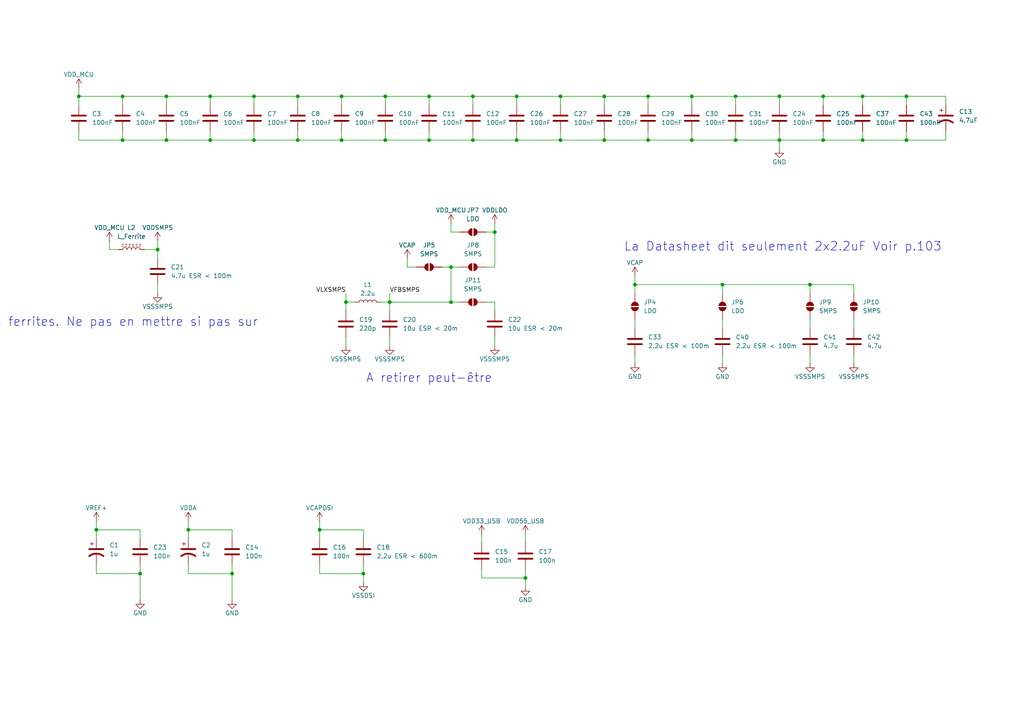
<source format=kicad_sch>
(kicad_sch (version 20250114) (generator "eeschema") (generator_version "9.0")
  (paper "A4")
  (lib_symbols
    (symbol "Device:C" (pin_numbers (hide yes)) (pin_names (offset 0.254))
      (property "Reference" "C" (at 0.635 2.54 0))
      (property "Value" "C" (at 0.635 -2.54 0))
      (symbol "C_0_1"
        (polyline (pts (xy -2.032 0.762) (xy 2.032 0.762)) (stroke (width 0.508)))
        (polyline (pts (xy -2.032 -0.762) (xy 2.032 -0.762)) (stroke (width 0.508)))
      )
      (symbol "C_1_1"
        (pin passive line (at 0 3.81 270) (length 2.794) (name "~") (number "1"))
        (pin passive line (at 0 -3.81 90) (length 2.794) (name "~") (number "2"))
      )
    )
    (symbol "Device:C_Polarized_US" (pin_numbers (hide yes)) (pin_names (offset 0.254) (hide yes))
      (property "Reference" "C" (at 0.635 2.54 0))
      (property "Value" "C_Polarized_US" (at 0.635 -2.54 0))
      (symbol "C_Polarized_US_0_1"
        (polyline (pts (xy -2.032 0.762) (xy 2.032 0.762)) (stroke (width 0.508)))
        (polyline (pts (xy -1.778 2.286) (xy -0.762 2.286)))
        (polyline (pts (xy -1.27 1.778) (xy -1.27 2.794)))
        (arc (start -2.032 -1.27) (mid 0 -0.5572) (end 2.032 -1.27) (stroke (width 0.508)))
      )
      (symbol "C_Polarized_US_1_1"
        (pin passive line (at 0 3.81 270) (length 2.794) (name "~") (number "1"))
        (pin passive line (at 0 -3.81 90) (length 3.302) (name "~") (number "2"))
      )
    )
    (symbol "Device:L" (pin_numbers (hide yes)) (pin_names (offset 1.016) (hide yes))
      (property "Reference" "L" (at -1.27 0 90))
      (property "Value" "L" (at 1.905 0 90))
      (symbol "L_0_1"
        (arc (start 0 2.54) (mid 0.6323 1.905) (end 0 1.27))
        (arc (start 0 1.27) (mid 0.6323 0.635) (end 0 0))
        (arc (start 0 0) (mid 0.6323 -0.635) (end 0 -1.27))
        (arc (start 0 -1.27) (mid 0.6323 -1.905) (end 0 -2.54))
      )
      (symbol "L_1_1"
        (pin passive line (at 0 3.81 270) (length 1.27) (name "1") (number "1"))
        (pin passive line (at 0 -3.81 90) (length 1.27) (name "2") (number "2"))
      )
    )
    (symbol "Device:L_Ferrite" (pin_numbers (hide yes)) (pin_names (offset 1.016) (hide yes))
      (property "Reference" "L" (at -1.27 0 90))
      (property "Value" "L_Ferrite" (at 2.794 0 90))
      (symbol "L_Ferrite_0_1"
        (arc (start 0 2.54) (mid 0.6323 1.905) (end 0 1.27))
        (arc (start 0 1.27) (mid 0.6323 0.635) (end 0 0))
        (arc (start 0 0) (mid 0.6323 -0.635) (end 0 -1.27))
        (arc (start 0 -1.27) (mid 0.6323 -1.905) (end 0 -2.54))
        (polyline (pts (xy 1.016 2.286) (xy 1.016 2.794)))
        (polyline (pts (xy 1.016 1.27) (xy 1.016 1.778)))
        (polyline (pts (xy 1.016 0.254) (xy 1.016 0.762)))
        (polyline (pts (xy 1.016 -0.762) (xy 1.016 -0.254)))
        (polyline (pts (xy 1.016 -1.778) (xy 1.016 -1.27)))
        (polyline (pts (xy 1.016 -2.794) (xy 1.016 -2.286)))
        (polyline (pts (xy 1.524 2.794) (xy 1.524 2.286)))
        (polyline (pts (xy 1.524 1.778) (xy 1.524 1.27)))
        (polyline (pts (xy 1.524 0.762) (xy 1.524 0.254)))
        (polyline (pts (xy 1.524 -0.254) (xy 1.524 -0.762)))
        (polyline (pts (xy 1.524 -1.27) (xy 1.524 -1.778)))
        (polyline (pts (xy 1.524 -2.286) (xy 1.524 -2.794)))
      )
      (symbol "L_Ferrite_1_1"
        (pin passive line (at 0 3.81 270) (length 1.27) (name "1") (number "1"))
        (pin passive line (at 0 -3.81 90) (length 1.27) (name "2") (number "2"))
      )
    )
    (symbol "Jumper:SolderJumper_2_Open" (pin_numbers (hide yes)) (pin_names (offset 0) (hide yes)) (in_bom no)
      (property "Reference" "JP" (at 0 2.032 0))
      (property "Value" "SolderJumper_2_Open" (at 0 -2.54 0))
      (symbol "SolderJumper_2_Open_0_1"
        (polyline (pts (xy -0.254 1.016) (xy -0.254 -1.016)))
        (arc (start -0.254 -1.016) (mid -1.2656 0) (end -0.254 1.016))
        (arc (start -0.254 -1.016) (mid -1.2656 0) (end -0.254 1.016) (fill (type outline)))
        (arc (start 0.254 1.016) (mid 1.2656 0) (end 0.254 -1.016))
        (arc (start 0.254 1.016) (mid 1.2656 0) (end 0.254 -1.016) (fill (type outline)))
        (polyline (pts (xy 0.254 1.016) (xy 0.254 -1.016)))
      )
      (symbol "SolderJumper_2_Open_1_1"
        (pin passive line (at -3.81 0 0) (length 2.54) (name "A") (number "1"))
        (pin passive line (at 3.81 0 180) (length 2.54) (name "B") (number "2"))
      )
    )
    (symbol "power:GND" (power) (pin_numbers (hide yes)) (pin_names (offset 0) (hide yes))
      (property "Value" "GND" (at 0 -3.81 0))
      (symbol "GND_0_1"
        (polyline (pts (xy 0 0) (xy 0 -1.27) (xy 1.27 -1.27) (xy 0 -2.54) (xy -1.27 -1.27) (xy 0 -1.27)))
      )
      (symbol "GND_1_1"
        (pin power_in line (at 0 0 270) (length 0) (name "~") (number "1"))
      )
    )
    (symbol "power:VDD" (power) (pin_numbers (hide yes)) (pin_names (offset 0) (hide yes))
      (property "Value" "VDD" (at 0 3.556 0))
      (symbol "VDD_0_1"
        (polyline (pts (xy -0.762 1.27) (xy 0 2.54)))
        (polyline (pts (xy 0 2.54) (xy 0.762 1.27)))
        (polyline (pts (xy 0 0) (xy 0 2.54)))
      )
      (symbol "VDD_1_1"
        (pin power_in line (at 0 0 90) (length 0) (name "~") (number "1"))
      )
    )
  )
  (text "La Datasheet dit seulement 2x2.2uF Voir p.103" (at 227.076 71.628 0) (effects (font (size 2.54 2.54))))
  (text "Faire attention avec les ferrites. Ne pas en mettre si pas sur\n" (at 14.478 93.472 0) (effects (font (size 2.54 2.54))))
  (text "A retirer peut-être" (at 124.46 109.728 0) (effects (font (size 2.54 2.54))))
  (junction (at 187.96 27.94))
  (junction (at 175.26 40.64))
  (junction (at 99.06 40.64))
  (junction (at 27.94 153.67))
  (junction (at 113.03 87.63))
  (junction (at 22.86 27.94))
  (junction (at 99.06 27.94))
  (junction (at 73.66 27.94))
  (junction (at 86.36 27.94))
  (junction (at 35.56 40.64))
  (junction (at 67.31 166.37))
  (junction (at 238.76 40.64))
  (junction (at 200.66 27.94))
  (junction (at 130.81 77.47))
  (junction (at 111.76 40.64))
  (junction (at 48.26 27.94))
  (junction (at 262.89 27.94))
  (junction (at 73.66 40.64))
  (junction (at 213.36 40.64))
  (junction (at 60.96 40.64))
  (junction (at 124.46 27.94))
  (junction (at 86.36 40.64))
  (junction (at 124.46 40.64))
  (junction (at 209.55 82.55))
  (junction (at 213.36 27.94))
  (junction (at 149.86 27.94))
  (junction (at 143.51 67.31))
  (junction (at 105.41 166.37))
  (junction (at 262.89 40.64))
  (junction (at 92.71 153.67))
  (junction (at 40.64 166.37))
  (junction (at 184.15 82.55))
  (junction (at 54.61 153.67))
  (junction (at 130.81 87.63))
  (junction (at 234.95 82.55))
  (junction (at 100.33 87.63))
  (junction (at 226.06 27.94))
  (junction (at 162.56 40.64))
  (junction (at 200.66 40.64))
  (junction (at 149.86 40.64))
  (junction (at 137.16 27.94))
  (junction (at 60.96 27.94))
  (junction (at 226.06 40.64))
  (junction (at 48.26 40.64))
  (junction (at 35.56 27.94))
  (junction (at 187.96 40.64))
  (junction (at 111.76 27.94))
  (junction (at 250.19 40.64))
  (junction (at 45.72 72.39))
  (junction (at 152.4 167.64))
  (junction (at 250.19 27.94))
  (junction (at 137.16 40.64))
  (junction (at 175.26 27.94))
  (junction (at 162.56 27.94))
  (junction (at 238.76 27.94))
  (wire (pts (xy 149.86 27.94) (xy 162.56 27.94)))
  (wire (pts (xy 86.36 40.64) (xy 86.36 38.1)))
  (wire (pts (xy 27.94 166.37) (xy 27.94 163.83)))
  (wire (pts (xy 234.95 95.25) (xy 234.95 92.71)))
  (wire (pts (xy 262.89 38.1) (xy 262.89 40.64)))
  (wire (pts (xy 234.95 105.41) (xy 234.95 102.87)))
  (wire (pts (xy 187.96 40.64) (xy 200.66 40.64)))
  (wire (pts (xy 139.7 167.64) (xy 139.7 165.1)))
  (wire (pts (xy 274.32 40.64) (xy 274.32 38.1)))
  (wire (pts (xy 187.96 27.94) (xy 187.96 30.48)))
  (wire (pts (xy 92.71 151.13) (xy 92.71 153.67)))
  (wire (pts (xy 92.71 166.37) (xy 105.41 166.37)))
  (wire (pts (xy 209.55 92.71) (xy 209.55 95.25)))
  (wire (pts (xy 143.51 100.33) (xy 143.51 97.79)))
  (wire (pts (xy 137.16 27.94) (xy 149.86 27.94)))
  (wire (pts (xy 48.26 27.94) (xy 60.96 27.94)))
  (wire (pts (xy 22.86 27.94) (xy 22.86 30.48)))
  (wire (pts (xy 133.35 77.47) (xy 130.81 77.47)))
  (wire (pts (xy 45.72 69.85) (xy 45.72 72.39)))
  (wire (pts (xy 100.33 97.79) (xy 100.33 100.33)))
  (wire (pts (xy 226.06 38.1) (xy 226.06 40.64)))
  (wire (pts (xy 149.86 40.64) (xy 149.86 38.1)))
  (wire (pts (xy 35.56 27.94) (xy 35.56 30.48)))
  (wire (pts (xy 118.11 77.47) (xy 120.65 77.47)))
  (wire (pts (xy 73.66 40.64) (xy 86.36 40.64)))
  (wire (pts (xy 27.94 151.13) (xy 27.94 153.67)))
  (wire (pts (xy 162.56 27.94) (xy 162.56 30.48)))
  (wire (pts (xy 124.46 40.64) (xy 124.46 38.1)))
  (wire (pts (xy 250.19 40.64) (xy 238.76 40.64)))
  (wire (pts (xy 100.33 87.63) (xy 102.87 87.63)))
  (wire (pts (xy 226.06 27.94) (xy 226.06 30.48)))
  (wire (pts (xy 137.16 40.64) (xy 137.16 38.1)))
  (wire (pts (xy 60.96 27.94) (xy 60.96 30.48)))
  (wire (pts (xy 99.06 40.64) (xy 99.06 38.1)))
  (wire (pts (xy 45.72 74.93) (xy 45.72 72.39)))
  (wire (pts (xy 99.06 27.94) (xy 111.76 27.94)))
  (wire (pts (xy 152.4 154.94) (xy 152.4 157.48)))
  (wire (pts (xy 27.94 153.67) (xy 40.64 153.67)))
  (wire (pts (xy 184.15 92.71) (xy 184.15 95.25)))
  (wire (pts (xy 130.81 87.63) (xy 133.35 87.63)))
  (wire (pts (xy 48.26 27.94) (xy 48.26 30.48)))
  (wire (pts (xy 40.64 166.37) (xy 27.94 166.37)))
  (wire (pts (xy 92.71 153.67) (xy 105.41 153.67)))
  (wire (pts (xy 130.81 64.77) (xy 130.81 67.31)))
  (wire (pts (xy 99.06 27.94) (xy 99.06 30.48)))
  (wire (pts (xy 110.49 87.63) (xy 113.03 87.63)))
  (wire (pts (xy 111.76 27.94) (xy 124.46 27.94)))
  (wire (pts (xy 118.11 74.93) (xy 118.11 77.47)))
  (wire (pts (xy 86.36 27.94) (xy 99.06 27.94)))
  (wire (pts (xy 73.66 40.64) (xy 73.66 38.1)))
  (wire (pts (xy 175.26 40.64) (xy 187.96 40.64)))
  (wire (pts (xy 187.96 40.64) (xy 187.96 38.1)))
  (wire (pts (xy 35.56 27.94) (xy 48.26 27.94)))
  (wire (pts (xy 238.76 27.94) (xy 250.19 27.94)))
  (wire (pts (xy 213.36 40.64) (xy 213.36 38.1)))
  (wire (pts (xy 54.61 153.67) (xy 54.61 151.13)))
  (wire (pts (xy 262.89 40.64) (xy 250.19 40.64)))
  (wire (pts (xy 22.86 40.64) (xy 22.86 38.1)))
  (wire (pts (xy 124.46 27.94) (xy 124.46 30.48)))
  (wire (pts (xy 40.64 153.67) (xy 40.64 156.21)))
  (wire (pts (xy 54.61 163.83) (xy 54.61 166.37)))
  (wire (pts (xy 213.36 27.94) (xy 213.36 30.48)))
  (wire (pts (xy 200.66 40.64) (xy 213.36 40.64)))
  (wire (pts (xy 143.51 87.63) (xy 143.51 90.17)))
  (wire (pts (xy 175.26 40.64) (xy 175.26 38.1)))
  (wire (pts (xy 54.61 156.21) (xy 54.61 153.67)))
  (wire (pts (xy 184.15 82.55) (xy 184.15 85.09)))
  (wire (pts (xy 73.66 27.94) (xy 73.66 30.48)))
  (wire (pts (xy 226.06 40.64) (xy 226.06 43.18)))
  (wire (pts (xy 111.76 40.64) (xy 124.46 40.64)))
  (wire (pts (xy 247.65 92.71) (xy 247.65 95.25)))
  (wire (pts (xy 200.66 40.64) (xy 200.66 38.1)))
  (wire (pts (xy 113.03 85.09) (xy 113.03 87.63)))
  (wire (pts (xy 92.71 153.67) (xy 92.71 156.21)))
  (wire (pts (xy 48.26 40.64) (xy 60.96 40.64)))
  (wire (pts (xy 99.06 40.64) (xy 111.76 40.64)))
  (wire (pts (xy 105.41 168.91) (xy 105.41 166.37)))
  (wire (pts (xy 149.86 27.94) (xy 149.86 30.48)))
  (wire (pts (xy 100.33 90.17) (xy 100.33 87.63)))
  (wire (pts (xy 137.16 27.94) (xy 137.16 30.48)))
  (wire (pts (xy 139.7 154.94) (xy 139.7 157.48)))
  (wire (pts (xy 67.31 166.37) (xy 67.31 173.99)))
  (wire (pts (xy 86.36 27.94) (xy 86.36 30.48)))
  (wire (pts (xy 45.72 72.39) (xy 41.91 72.39)))
  (wire (pts (xy 274.32 27.94) (xy 274.32 30.48)))
  (wire (pts (xy 54.61 153.67) (xy 67.31 153.67)))
  (wire (pts (xy 187.96 27.94) (xy 200.66 27.94)))
  (wire (pts (xy 247.65 105.41) (xy 247.65 102.87)))
  (wire (pts (xy 209.55 82.55) (xy 234.95 82.55)))
  (wire (pts (xy 143.51 67.31) (xy 143.51 64.77)))
  (wire (pts (xy 22.86 25.4) (xy 22.86 27.94)))
  (wire (pts (xy 184.15 82.55) (xy 209.55 82.55)))
  (wire (pts (xy 162.56 40.64) (xy 162.56 38.1)))
  (wire (pts (xy 40.64 166.37) (xy 40.64 173.99)))
  (wire (pts (xy 60.96 40.64) (xy 60.96 38.1)))
  (wire (pts (xy 100.33 85.09) (xy 100.33 87.63)))
  (wire (pts (xy 143.51 67.31) (xy 143.51 77.47)))
  (wire (pts (xy 60.96 40.64) (xy 73.66 40.64)))
  (wire (pts (xy 213.36 27.94) (xy 226.06 27.94)))
  (wire (pts (xy 22.86 27.94) (xy 35.56 27.94)))
  (wire (pts (xy 184.15 105.41) (xy 184.15 102.87)))
  (wire (pts (xy 22.86 40.64) (xy 35.56 40.64)))
  (wire (pts (xy 35.56 40.64) (xy 48.26 40.64)))
  (wire (pts (xy 247.65 82.55) (xy 247.65 85.09)))
  (wire (pts (xy 139.7 167.64) (xy 152.4 167.64)))
  (wire (pts (xy 105.41 163.83) (xy 105.41 166.37)))
  (wire (pts (xy 130.81 67.31) (xy 133.35 67.31)))
  (wire (pts (xy 274.32 40.64) (xy 262.89 40.64)))
  (wire (pts (xy 54.61 166.37) (xy 67.31 166.37)))
  (wire (pts (xy 137.16 40.64) (xy 149.86 40.64)))
  (wire (pts (xy 162.56 40.64) (xy 149.86 40.64)))
  (wire (pts (xy 162.56 27.94) (xy 175.26 27.94)))
  (wire (pts (xy 238.76 40.64) (xy 226.06 40.64)))
  (wire (pts (xy 113.03 100.33) (xy 113.03 97.79)))
  (wire (pts (xy 238.76 27.94) (xy 238.76 30.48)))
  (wire (pts (xy 143.51 87.63) (xy 140.97 87.63)))
  (wire (pts (xy 113.03 87.63) (xy 130.81 87.63)))
  (wire (pts (xy 234.95 82.55) (xy 234.95 85.09)))
  (wire (pts (xy 130.81 77.47) (xy 130.81 87.63)))
  (wire (pts (xy 262.89 27.94) (xy 274.32 27.94)))
  (wire (pts (xy 124.46 40.64) (xy 137.16 40.64)))
  (wire (pts (xy 128.27 77.47) (xy 130.81 77.47)))
  (wire (pts (xy 226.06 27.94) (xy 238.76 27.94)))
  (wire (pts (xy 48.26 40.64) (xy 48.26 38.1)))
  (wire (pts (xy 250.19 27.94) (xy 262.89 27.94)))
  (wire (pts (xy 31.75 72.39) (xy 31.75 69.85)))
  (wire (pts (xy 60.96 27.94) (xy 73.66 27.94)))
  (wire (pts (xy 234.95 82.55) (xy 247.65 82.55)))
  (wire (pts (xy 45.72 85.09) (xy 45.72 82.55)))
  (wire (pts (xy 262.89 27.94) (xy 262.89 30.48)))
  (wire (pts (xy 40.64 163.83) (xy 40.64 166.37)))
  (wire (pts (xy 67.31 166.37) (xy 67.31 163.83)))
  (wire (pts (xy 124.46 27.94) (xy 137.16 27.94)))
  (wire (pts (xy 73.66 27.94) (xy 86.36 27.94)))
  (wire (pts (xy 152.4 165.1) (xy 152.4 167.64)))
  (wire (pts (xy 67.31 153.67) (xy 67.31 156.21)))
  (wire (pts (xy 200.66 27.94) (xy 200.66 30.48)))
  (wire (pts (xy 175.26 27.94) (xy 187.96 27.94)))
  (wire (pts (xy 200.66 27.94) (xy 213.36 27.94)))
  (wire (pts (xy 238.76 38.1) (xy 238.76 40.64)))
  (wire (pts (xy 34.29 72.39) (xy 31.75 72.39)))
  (wire (pts (xy 105.41 153.67) (xy 105.41 156.21)))
  (wire (pts (xy 27.94 153.67) (xy 27.94 156.21)))
  (wire (pts (xy 111.76 40.64) (xy 111.76 38.1)))
  (wire (pts (xy 209.55 105.41) (xy 209.55 102.87)))
  (wire (pts (xy 162.56 40.64) (xy 175.26 40.64)))
  (wire (pts (xy 152.4 170.18) (xy 152.4 167.64)))
  (wire (pts (xy 92.71 163.83) (xy 92.71 166.37)))
  (wire (pts (xy 143.51 77.47) (xy 140.97 77.47)))
  (wire (pts (xy 250.19 27.94) (xy 250.19 30.48)))
  (wire (pts (xy 35.56 40.64) (xy 35.56 38.1)))
  (wire (pts (xy 111.76 27.94) (xy 111.76 30.48)))
  (wire (pts (xy 209.55 82.55) (xy 209.55 85.09)))
  (wire (pts (xy 86.36 40.64) (xy 99.06 40.64)))
  (wire (pts (xy 113.03 87.63) (xy 113.03 90.17)))
  (wire (pts (xy 250.19 38.1) (xy 250.19 40.64)))
  (wire (pts (xy 213.36 40.64) (xy 226.06 40.64)))
  (wire (pts (xy 175.26 27.94) (xy 175.26 30.48)))
  (wire (pts (xy 184.15 80.01) (xy 184.15 82.55)))
  (wire (pts (xy 143.51 67.31) (xy 140.97 67.31)))
  (label "VFBSMPS" (at 113.03 85.09 0))
  (label "VLXSMPS" (at 100.33 85.09 180))
  (symbol (lib_id "Device:C") (at 234.95 99.06 0) (unit 1)
    (property "Reference" "C41" (at 238.76 97.7899 0) (effects (justify left)))
    (property "Value" "4.7u" (at 238.76 100.3299 0) (effects (justify left)))
    (property "Description" "Unpolarized capacitor" (effects (hide yes)))
  )
  (symbol (lib_id "Device:L_Ferrite") (at 38.1 72.39 90) (unit 1)
    (property "Reference" "L2" (at 38.1 66.04 90))
    (property "Value" "L_Ferrite" (at 38.1 68.58 90))
    (property "Description" "Inductor with ferrite core" (effects (hide yes)))
  )
  (symbol (lib_id "Jumper:SolderJumper_2_Open") (at 247.65 88.9 90) (unit 1) (in_bom no)
    (property "Reference" "JP10" (at 250.19 87.6299 90) (effects (justify right)))
    (property "Value" "SMPS" (at 250.19 90.1699 90) (effects (justify right)))
    (property "Description" "Solder Jumper, 2-pole, open" (effects (hide yes)))
  )
  (symbol (lib_id "Device:C") (at 238.76 34.29 0) (unit 1)
    (property "Reference" "C25" (at 242.57 33.0199 0) (effects (justify left)))
    (property "Value" "100nF" (at 242.57 35.5599 0) (effects (justify left)))
    (property "Description" "Unpolarized capacitor" (effects (hide yes)))
  )
  (symbol (lib_id "Device:C") (at 113.03 93.98 0) (unit 1)
    (property "Reference" "C20" (at 116.84 92.7099 0) (effects (justify left)))
    (property "Value" "10u ESR < 20m" (at 116.84 95.2499 0) (effects (justify left)))
    (property "Description" "Unpolarized capacitor" (effects (hide yes)))
  )
  (symbol (lib_id "power:GND") (at 209.55 105.41 0) (unit 1)
    (property "Reference" "#PWR042" (effects (hide yes)))
    (property "Value" "GND" (at 209.55 109.22 0))
    (property "Description" "Power symbol creates a global label with name \"GND\" , ground" (effects (hide yes)))
  )
  (symbol (lib_id "power:VDD") (at 130.81 64.77 0) (mirror y) (unit 1)
    (property "Reference" "#PWR029" (effects (hide yes)))
    (property "Value" "VDD_MCU" (at 130.81 60.96 0))
    (property "Description" "Power symbol creates a global label with name \"VDD\"" (effects (hide yes)))
  )
  (symbol (lib_id "Jumper:SolderJumper_2_Open") (at 137.16 77.47 180) (unit 1) (in_bom no)
    (property "Reference" "JP8" (at 137.16 71.12 0))
    (property "Value" "SMPS" (at 137.16 73.66 0))
    (property "Description" "Solder Jumper, 2-pole, open" (effects (hide yes)))
  )
  (symbol (lib_id "Device:C_Polarized_US") (at 54.61 160.02 0) (unit 1)
    (property "Reference" "C2" (at 58.42 158.1149 0) (effects (justify left)))
    (property "Value" "1u" (at 58.42 160.6549 0) (effects (justify left)))
    (property "Description" "Polarized capacitor, US symbol" (effects (hide yes)))
  )
  (symbol (lib_id "Device:C") (at 184.15 99.06 0) (unit 1)
    (property "Reference" "C33" (at 187.96 97.7899 0) (effects (justify left)))
    (property "Value" "2.2u ESR < 100m" (at 187.96 100.3299 0) (effects (justify left)))
    (property "Description" "Unpolarized capacitor" (effects (hide yes)))
  )
  (symbol (lib_id "Device:C") (at 99.06 34.29 0) (unit 1)
    (property "Reference" "C9" (at 102.87 33.0199 0) (effects (justify left)))
    (property "Value" "100nF" (at 102.87 35.5599 0) (effects (justify left)))
    (property "Description" "Unpolarized capacitor" (effects (hide yes)))
  )
  (symbol (lib_id "power:VDD") (at 31.75 69.85 0) (unit 1)
    (property "Reference" "#PWR040" (effects (hide yes)))
    (property "Value" "VDD_MCU" (at 31.75 66.04 0))
    (property "Description" "Power symbol creates a global label with name \"VDD\"" (effects (hide yes)))
  )
  (symbol (lib_id "power:VDD") (at 139.7 154.94 0) (unit 1)
    (property "Reference" "#PWR027" (effects (hide yes)))
    (property "Value" "VDD33_USB" (at 139.7 151.13 0))
    (property "Description" "Power symbol creates a global label with name \"VDD\"" (effects (hide yes)))
  )
  (symbol (lib_id "Device:C") (at 226.06 34.29 0) (unit 1)
    (property "Reference" "C24" (at 229.87 33.0199 0) (effects (justify left)))
    (property "Value" "100nF" (at 229.87 35.5599 0) (effects (justify left)))
    (property "Description" "Unpolarized capacitor" (effects (hide yes)))
  )
  (symbol (lib_id "Device:C") (at 35.56 34.29 0) (unit 1)
    (property "Reference" "C4" (at 39.37 33.0199 0) (effects (justify left)))
    (property "Value" "100nF" (at 39.37 35.5599 0) (effects (justify left)))
    (property "Description" "Unpolarized capacitor" (effects (hide yes)))
  )
  (symbol (lib_id "Device:C") (at 86.36 34.29 0) (unit 1)
    (property "Reference" "C8" (at 90.17 33.0199 0) (effects (justify left)))
    (property "Value" "100nF" (at 90.17 35.5599 0) (effects (justify left)))
    (property "Description" "Unpolarized capacitor" (effects (hide yes)))
  )
  (symbol (lib_id "Device:C") (at 149.86 34.29 0) (unit 1)
    (property "Reference" "C26" (at 153.67 33.0199 0) (effects (justify left)))
    (property "Value" "100nF" (at 153.67 35.5599 0) (effects (justify left)))
    (property "Description" "Unpolarized capacitor" (effects (hide yes)))
  )
  (symbol (lib_id "Device:C") (at 175.26 34.29 0) (unit 1)
    (property "Reference" "C28" (at 179.07 33.0199 0) (effects (justify left)))
    (property "Value" "100nF" (at 179.07 35.5599 0) (effects (justify left)))
    (property "Description" "Unpolarized capacitor" (effects (hide yes)))
  )
  (symbol (lib_id "Device:C") (at 73.66 34.29 0) (unit 1)
    (property "Reference" "C7" (at 77.47 33.0199 0) (effects (justify left)))
    (property "Value" "100nF" (at 77.47 35.5599 0) (effects (justify left)))
    (property "Description" "Unpolarized capacitor" (effects (hide yes)))
  )
  (symbol (lib_id "power:GND") (at 152.4 170.18 0) (unit 1)
    (property "Reference" "#PWR016" (effects (hide yes)))
    (property "Value" "GND" (at 152.4 173.99 0))
    (property "Description" "Power symbol creates a global label with name \"GND\" , ground" (effects (hide yes)))
  )
  (symbol (lib_id "Jumper:SolderJumper_2_Open") (at 124.46 77.47 180) (unit 1) (in_bom no)
    (property "Reference" "JP5" (at 124.46 71.12 0))
    (property "Value" "SMPS" (at 124.46 73.66 0))
    (property "Description" "Solder Jumper, 2-pole, open" (effects (hide yes)))
  )
  (symbol (lib_id "Device:C") (at 100.33 93.98 0) (unit 1)
    (property "Reference" "C19" (at 104.14 92.7099 0) (effects (justify left)))
    (property "Value" "220p" (at 104.14 95.2499 0) (effects (justify left)))
    (property "Description" "Unpolarized capacitor" (effects (hide yes)))
  )
  (symbol (lib_id "Device:C") (at 262.89 34.29 0) (unit 1)
    (property "Reference" "C43" (at 266.7 33.0199 0) (effects (justify left)))
    (property "Value" "100nF" (at 266.7 35.5599 0) (effects (justify left)))
    (property "Description" "Unpolarized capacitor" (effects (hide yes)))
  )
  (symbol (lib_id "power:GND") (at 247.65 105.41 0) (unit 1)
    (property "Reference" "#PWR044" (effects (hide yes)))
    (property "Value" "VSSSMPS" (at 247.65 109.22 0))
    (property "Description" "Power symbol creates a global label with name \"GND\" , ground" (effects (hide yes)))
  )
  (symbol (lib_id "power:VDD") (at 27.94 151.13 0) (unit 1)
    (property "Reference" "#PWR028" (effects (hide yes)))
    (property "Value" "VREF+" (at 27.94 147.32 0))
    (property "Description" "Power symbol creates a global label with name \"VDD\"" (effects (hide yes)))
  )
  (symbol (lib_id "Device:C") (at 247.65 99.06 0) (unit 1)
    (property "Reference" "C42" (at 251.46 97.7899 0) (effects (justify left)))
    (property "Value" "4.7u" (at 251.46 100.3299 0) (effects (justify left)))
    (property "Description" "Unpolarized capacitor" (effects (hide yes)))
  )
  (symbol (lib_id "Device:C") (at 200.66 34.29 0) (unit 1)
    (property "Reference" "C30" (at 204.47 33.0199 0) (effects (justify left)))
    (property "Value" "100nF" (at 204.47 35.5599 0) (effects (justify left)))
    (property "Description" "Unpolarized capacitor" (effects (hide yes)))
  )
  (symbol (lib_id "Jumper:SolderJumper_2_Open") (at 137.16 87.63 180) (unit 1) (in_bom no)
    (property "Reference" "JP11" (at 137.16 81.28 0))
    (property "Value" "SMPS" (at 137.16 83.82 0))
    (property "Description" "Solder Jumper, 2-pole, open" (effects (hide yes)))
  )
  (symbol (lib_id "Device:L") (at 106.68 87.63 90) (unit 1)
    (property "Reference" "L1" (at 106.68 82.55 90))
    (property "Value" "2.2u" (at 106.68 85.09 90))
    (property "Description" "Inductor" (effects (hide yes)))
  )
  (symbol (lib_id "Jumper:SolderJumper_2_Open") (at 209.55 88.9 90) (unit 1) (in_bom no)
    (property "Reference" "JP6" (at 212.09 87.6299 90) (effects (justify right)))
    (property "Value" "LDO" (at 212.09 90.1699 90) (effects (justify right)))
    (property "Description" "Solder Jumper, 2-pole, open" (effects (hide yes)))
  )
  (symbol (lib_id "Device:C") (at 67.31 160.02 0) (unit 1)
    (property "Reference" "C14" (at 71.12 158.7499 0) (effects (justify left)))
    (property "Value" "100n" (at 71.12 161.2899 0) (effects (justify left)))
    (property "Description" "Unpolarized capacitor" (effects (hide yes)))
  )
  (symbol (lib_id "power:GND") (at 143.51 100.33 0) (unit 1)
    (property "Reference" "#PWR025" (effects (hide yes)))
    (property "Value" "VSSSMPS" (at 143.51 104.14 0))
    (property "Description" "Power symbol creates a global label with name \"GND\" , ground" (effects (hide yes)))
  )
  (symbol (lib_id "power:GND") (at 234.95 105.41 0) (unit 1)
    (property "Reference" "#PWR043" (effects (hide yes)))
    (property "Value" "VSSSMPS" (at 234.95 109.22 0))
    (property "Description" "Power symbol creates a global label with name \"GND\" , ground" (effects (hide yes)))
  )
  (symbol (lib_id "power:VDD") (at 45.72 69.85 0) (unit 1)
    (property "Reference" "#PWR035" (effects (hide yes)))
    (property "Value" "VDDSMPS" (at 45.72 66.04 0))
    (property "Description" "Power symbol creates a global label with name \"VDD\"" (effects (hide yes)))
  )
  (symbol (lib_id "Device:C") (at 209.55 99.06 0) (unit 1)
    (property "Reference" "C40" (at 213.36 97.7899 0) (effects (justify left)))
    (property "Value" "2.2u ESR < 100m" (at 213.36 100.3299 0) (effects (justify left)))
    (property "Description" "Unpolarized capacitor" (effects (hide yes)))
  )
  (symbol (lib_id "power:GND") (at 226.06 43.18 0) (unit 1)
    (property "Reference" "#PWR05" (effects (hide yes)))
    (property "Value" "GND" (at 226.06 46.99 0))
    (property "Description" "Power symbol creates a global label with name \"GND\" , ground" (effects (hide yes)))
  )
  (symbol (lib_id "power:VDD") (at 22.86 25.4 0) (unit 1)
    (property "Reference" "#PWR04" (effects (hide yes)))
    (property "Value" "VDD_MCU" (at 22.86 21.59 0))
    (property "Description" "Power symbol creates a global label with name \"VDD\"" (effects (hide yes)))
  )
  (symbol (lib_id "power:VDD") (at 143.51 64.77 0) (mirror y) (unit 1)
    (property "Reference" "#PWR022" (effects (hide yes)))
    (property "Value" "VDDLDO" (at 143.51 60.96 0))
    (property "Description" "Power symbol creates a global label with name \"VDD\"" (effects (hide yes)))
  )
  (symbol (lib_id "power:VDD") (at 118.11 74.93 0) (unit 1)
    (property "Reference" "#PWR045" (effects (hide yes)))
    (property "Value" "VCAP" (at 118.11 71.12 0))
    (property "Description" "Power symbol creates a global label with name \"VDD\"" (effects (hide yes)))
  )
  (symbol (lib_id "Device:C") (at 143.51 93.98 0) (unit 1)
    (property "Reference" "C22" (at 147.32 92.7099 0) (effects (justify left)))
    (property "Value" "10u ESR < 20m" (at 147.32 95.2499 0) (effects (justify left)))
    (property "Description" "Unpolarized capacitor" (effects (hide yes)))
  )
  (symbol (lib_id "Jumper:SolderJumper_2_Open") (at 184.15 88.9 90) (unit 1) (in_bom no)
    (property "Reference" "JP4" (at 186.69 87.6299 90) (effects (justify right)))
    (property "Value" "LDO" (at 186.69 90.1699 90) (effects (justify right)))
    (property "Description" "Solder Jumper, 2-pole, open" (effects (hide yes)))
  )
  (symbol (lib_id "power:GND") (at 184.15 105.41 0) (unit 1)
    (property "Reference" "#PWR041" (effects (hide yes)))
    (property "Value" "GND" (at 184.15 109.22 0))
    (property "Description" "Power symbol creates a global label with name \"GND\" , ground" (effects (hide yes)))
  )
  (symbol (lib_id "power:VDD") (at 152.4 154.94 0) (unit 1)
    (property "Reference" "#PWR030" (effects (hide yes)))
    (property "Value" "VDD55_USB" (at 152.4 151.13 0))
    (property "Description" "Power symbol creates a global label with name \"VDD\"" (effects (hide yes)))
  )
  (symbol (lib_id "Device:C") (at 137.16 34.29 0) (unit 1)
    (property "Reference" "C12" (at 140.97 33.0199 0) (effects (justify left)))
    (property "Value" "100nF" (at 140.97 35.5599 0) (effects (justify left)))
    (property "Description" "Unpolarized capacitor" (effects (hide yes)))
  )
  (symbol (lib_id "power:GND") (at 45.72 85.09 0) (unit 1)
    (property "Reference" "#PWR023" (effects (hide yes)))
    (property "Value" "VSSSMPS" (at 45.72 88.9 0))
    (property "Description" "Power symbol creates a global label with name \"GND\" , ground" (effects (hide yes)))
  )
  (symbol (lib_id "power:VDD") (at 92.71 151.13 0) (unit 1)
    (property "Reference" "#PWR050" (effects (hide yes)))
    (property "Value" "VCAPDSI" (at 92.71 147.32 0))
    (property "Description" "Power symbol creates a global label with name \"VDD\"" (effects (hide yes)))
  )
  (symbol (lib_id "Device:C") (at 124.46 34.29 0) (unit 1)
    (property "Reference" "C11" (at 128.27 33.0199 0) (effects (justify left)))
    (property "Value" "100nF" (at 128.27 35.5599 0) (effects (justify left)))
    (property "Description" "Unpolarized capacitor" (effects (hide yes)))
  )
  (symbol (lib_id "Device:C_Polarized_US") (at 274.32 34.29 0) (unit 1)
    (property "Reference" "C13" (at 278.13 32.3849 0) (effects (justify left)))
    (property "Value" "4.7uF" (at 278.13 34.9249 0) (effects (justify left)))
    (property "Description" "Polarized capacitor, US symbol" (effects (hide yes)))
  )
  (symbol (lib_id "Device:C") (at 92.71 160.02 0) (unit 1)
    (property "Reference" "C16" (at 96.52 158.7499 0) (effects (justify left)))
    (property "Value" "100n" (at 96.52 161.2899 0) (effects (justify left)))
    (property "Description" "Unpolarized capacitor" (effects (hide yes)))
  )
  (symbol (lib_id "Jumper:SolderJumper_2_Open") (at 137.16 67.31 0) (mirror x) (unit 1) (in_bom no)
    (property "Reference" "JP7" (at 137.16 60.96 0))
    (property "Value" "LDO" (at 137.16 63.5 0))
    (property "Description" "Solder Jumper, 2-pole, open" (effects (hide yes)))
  )
  (symbol (lib_id "power:GND") (at 113.03 100.33 0) (unit 1)
    (property "Reference" "#PWR024" (effects (hide yes)))
    (property "Value" "VSSSMPS" (at 113.03 104.14 0))
    (property "Description" "Power symbol creates a global label with name \"GND\" , ground" (effects (hide yes)))
  )
  (symbol (lib_id "Device:C") (at 48.26 34.29 0) (unit 1)
    (property "Reference" "C5" (at 52.07 33.0199 0) (effects (justify left)))
    (property "Value" "100nF" (at 52.07 35.5599 0) (effects (justify left)))
    (property "Description" "Unpolarized capacitor" (effects (hide yes)))
  )
  (symbol (lib_id "Device:C") (at 22.86 34.29 0) (unit 1)
    (property "Reference" "C3" (at 26.67 33.0199 0) (effects (justify left)))
    (property "Value" "100nF" (at 26.67 35.5599 0) (effects (justify left)))
    (property "Description" "Unpolarized capacitor" (effects (hide yes)))
  )
  (symbol (lib_id "power:GND") (at 40.64 173.99 0) (unit 1)
    (property "Reference" "#PWR013" (effects (hide yes)))
    (property "Value" "GND" (at 40.64 177.8 0))
    (property "Description" "Power symbol creates a global label with name \"GND\" , ground" (effects (hide yes)))
  )
  (symbol (lib_id "Device:C") (at 45.72 78.74 0) (unit 1)
    (property "Reference" "C21" (at 49.53 77.4699 0) (effects (justify left)))
    (property "Value" "4.7u ESR < 100m" (at 49.53 80.0099 0) (effects (justify left)))
    (property "Description" "Unpolarized capacitor" (effects (hide yes)))
  )
  (symbol (lib_id "power:GND") (at 100.33 100.33 0) (unit 1)
    (property "Reference" "#PWR020" (effects (hide yes)))
    (property "Value" "VSSSMPS" (at 100.33 104.14 0))
    (property "Description" "Power symbol creates a global label with name \"GND\" , ground" (effects (hide yes)))
  )
  (symbol (lib_id "power:GND") (at 105.41 168.91 0) (unit 1)
    (property "Reference" "#PWR051" (effects (hide yes)))
    (property "Value" "VSSDSI" (at 105.41 172.72 0))
    (property "Description" "Power symbol creates a global label with name \"GND\" , ground" (effects (hide yes)))
  )
  (symbol (lib_id "Device:C") (at 162.56 34.29 0) (unit 1)
    (property "Reference" "C27" (at 166.37 33.0199 0) (effects (justify left)))
    (property "Value" "100nF" (at 166.37 35.5599 0) (effects (justify left)))
    (property "Description" "Unpolarized capacitor" (effects (hide yes)))
  )
  (symbol (lib_id "Device:C") (at 60.96 34.29 0) (unit 1)
    (property "Reference" "C6" (at 64.77 33.0199 0) (effects (justify left)))
    (property "Value" "100nF" (at 64.77 35.5599 0) (effects (justify left)))
    (property "Description" "Unpolarized capacitor" (effects (hide yes)))
  )
  (symbol (lib_id "Device:C") (at 187.96 34.29 0) (unit 1)
    (property "Reference" "C29" (at 191.77 33.0199 0) (effects (justify left)))
    (property "Value" "100nF" (at 191.77 35.5599 0) (effects (justify left)))
    (property "Description" "Unpolarized capacitor" (effects (hide yes)))
  )
  (symbol (lib_id "Device:C_Polarized_US") (at 27.94 160.02 0) (unit 1)
    (property "Reference" "C1" (at 31.75 158.1149 0) (effects (justify left)))
    (property "Value" "1u" (at 31.75 160.6549 0) (effects (justify left)))
    (property "Description" "Polarized capacitor, US symbol" (effects (hide yes)))
  )
  (symbol (lib_id "Device:C") (at 152.4 161.29 0) (unit 1)
    (property "Reference" "C17" (at 156.21 160.0199 0) (effects (justify left)))
    (property "Value" "100n" (at 156.21 162.5599 0) (effects (justify left)))
    (property "Description" "Unpolarized capacitor" (effects (hide yes)))
  )
  (symbol (lib_id "Device:C") (at 213.36 34.29 0) (unit 1)
    (property "Reference" "C31" (at 217.17 33.0199 0) (effects (justify left)))
    (property "Value" "100nF" (at 217.17 35.5599 0) (effects (justify left)))
    (property "Description" "Unpolarized capacitor" (effects (hide yes)))
  )
  (symbol (lib_id "Jumper:SolderJumper_2_Open") (at 234.95 88.9 90) (unit 1) (in_bom no)
    (property "Reference" "JP9" (at 237.49 87.6299 90) (effects (justify right)))
    (property "Value" "SMPS" (at 237.49 90.1699 90) (effects (justify right)))
    (property "Description" "Solder Jumper, 2-pole, open" (effects (hide yes)))
  )
  (symbol (lib_id "Device:C") (at 250.19 34.29 0) (unit 1)
    (property "Reference" "C37" (at 254 33.0199 0) (effects (justify left)))
    (property "Value" "100nF" (at 254 35.5599 0) (effects (justify left)))
    (property "Description" "Unpolarized capacitor" (effects (hide yes)))
  )
  (symbol (lib_id "Device:C") (at 105.41 160.02 0) (unit 1)
    (property "Reference" "C18" (at 109.22 158.7499 0) (effects (justify left)))
    (property "Value" "2.2u ESR < 600m" (at 109.22 161.2899 0) (effects (justify left)))
    (property "Description" "Unpolarized capacitor" (effects (hide yes)))
  )
  (symbol (lib_id "Device:C") (at 139.7 161.29 0) (unit 1)
    (property "Reference" "C15" (at 143.51 160.0199 0) (effects (justify left)))
    (property "Value" "100n" (at 143.51 162.5599 0) (effects (justify left)))
    (property "Description" "Unpolarized capacitor" (effects (hide yes)))
  )
  (symbol (lib_id "power:GND") (at 67.31 173.99 0) (unit 1)
    (property "Reference" "#PWR01" (effects (hide yes)))
    (property "Value" "GND" (at 67.31 177.8 0))
    (property "Description" "Power symbol creates a global label with name \"GND\" , ground" (effects (hide yes)))
  )
  (symbol (lib_id "Device:C") (at 111.76 34.29 0) (unit 1)
    (property "Reference" "C10" (at 115.57 33.0199 0) (effects (justify left)))
    (property "Value" "100nF" (at 115.57 35.5599 0) (effects (justify left)))
    (property "Description" "Unpolarized capacitor" (effects (hide yes)))
  )
  (symbol (lib_id "power:VDD") (at 184.15 80.01 0) (unit 1)
    (property "Reference" "#PWR031" (effects (hide yes)))
    (property "Value" "VCAP" (at 184.15 76.2 0))
    (property "Description" "Power symbol creates a global label with name \"VDD\"" (effects (hide yes)))
  )
  (symbol (lib_id "power:VDD") (at 54.61 151.13 0) (unit 1)
    (property "Reference" "#PWR011" (effects (hide yes)))
    (property "Value" "VDDA" (at 54.61 147.32 0))
    (property "Description" "Power symbol creates a global label with name \"VDD\"" (effects (hide yes)))
  )
  (symbol (lib_id "Device:C") (at 40.64 160.02 0) (unit 1)
    (property "Reference" "C23" (at 44.45 158.7499 0) (effects (justify left)))
    (property "Value" "100n" (at 44.45 161.2899 0) (effects (justify left)))
    (property "Description" "Unpolarized capacitor" (effects (hide yes)))
  )
)
</source>
